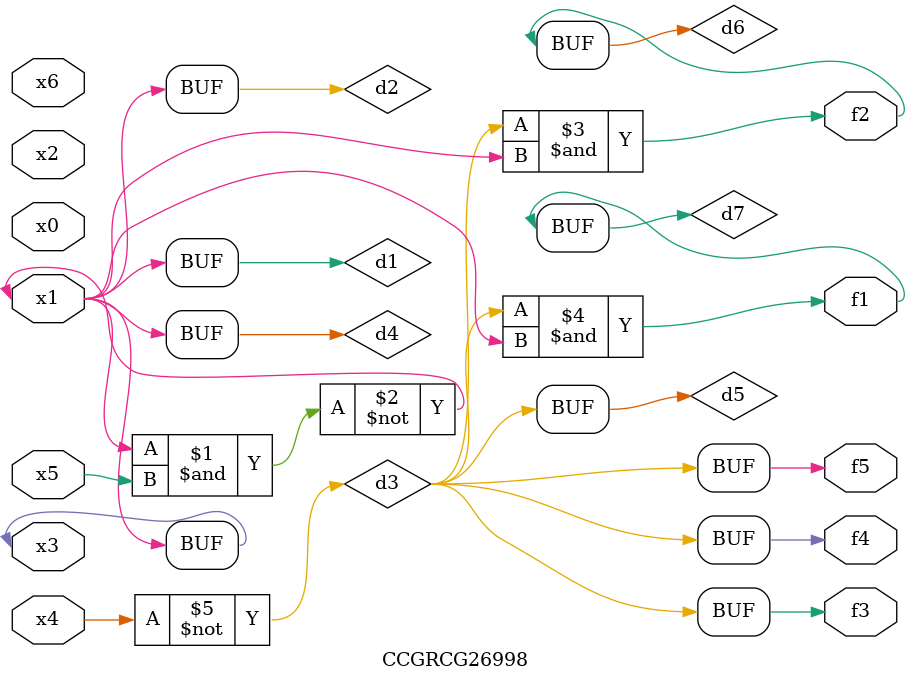
<source format=v>
module CCGRCG26998(
	input x0, x1, x2, x3, x4, x5, x6,
	output f1, f2, f3, f4, f5
);

	wire d1, d2, d3, d4, d5, d6, d7;

	buf (d1, x1, x3);
	nand (d2, x1, x5);
	not (d3, x4);
	buf (d4, d1, d2);
	buf (d5, d3);
	and (d6, d3, d4);
	and (d7, d3, d4);
	assign f1 = d7;
	assign f2 = d6;
	assign f3 = d5;
	assign f4 = d5;
	assign f5 = d5;
endmodule

</source>
